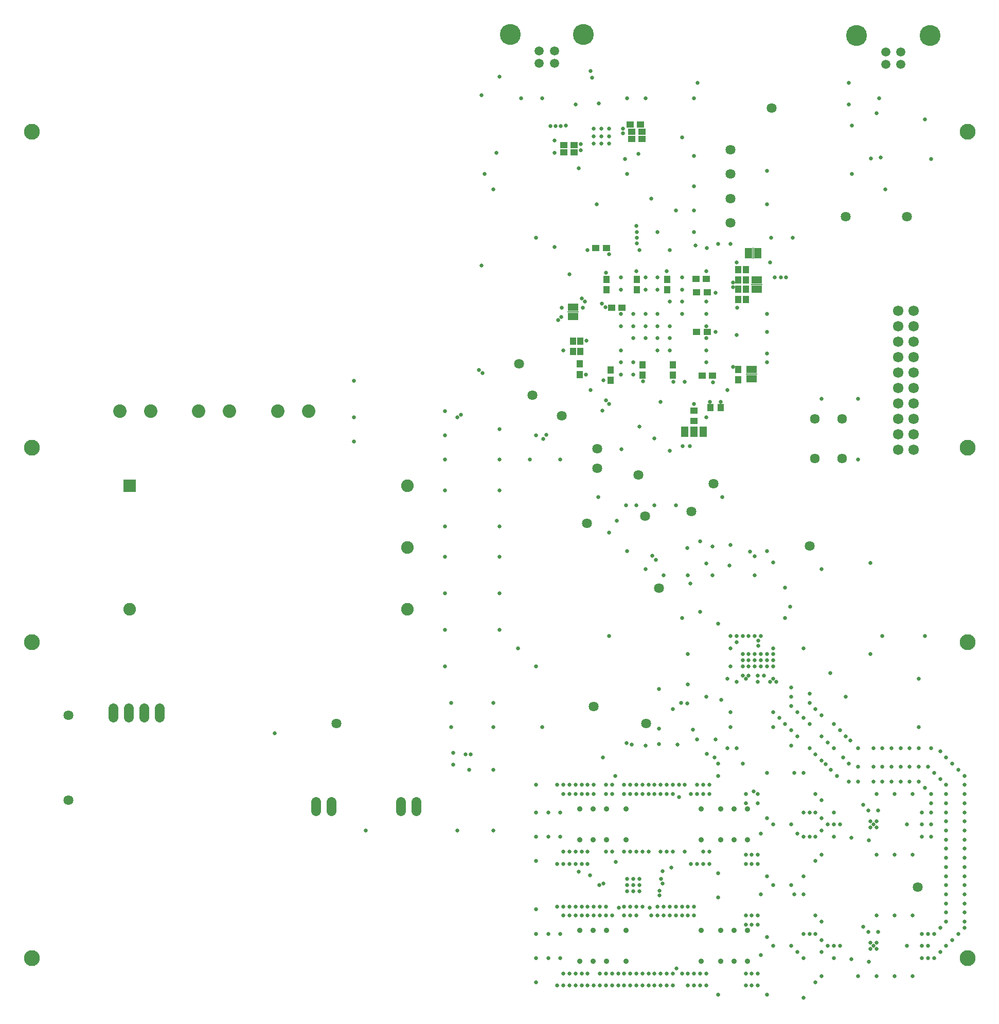
<source format=gbs>
G04 EAGLE Gerber RS-274X export*
G75*
%MOMM*%
%FSLAX34Y34*%
%LPD*%
%INSoldermask Bottom*%
%IPPOS*%
%AMOC8*
5,1,8,0,0,1.08239X$1,22.5*%
G01*
%ADD10C,2.627000*%
%ADD11R,1.727200X1.295400*%
%ADD12R,1.828800X0.152400*%
%ADD13R,1.127000X1.227000*%
%ADD14R,1.227000X1.127000*%
%ADD15R,1.295400X1.727200*%
%ADD16C,1.612000*%
%ADD17C,1.721969*%
%ADD18C,3.443000*%
%ADD19C,1.507000*%
%ADD20C,1.627000*%
%ADD21C,2.227000*%
%ADD22R,2.077000X2.077000*%
%ADD23C,2.077000*%
%ADD24R,0.152400X1.828800*%
%ADD25C,0.881000*%
%ADD26C,1.627000*%
%ADD27C,0.652000*%


D10*
X1570000Y1460000D03*
X30000Y1460000D03*
X1570000Y940000D03*
X30000Y940000D03*
X1570000Y620000D03*
X30000Y620000D03*
X1570000Y100000D03*
X30000Y100000D03*
D11*
X1215000Y1068620D03*
X1215000Y1053380D03*
D12*
X1215000Y1061000D03*
D11*
X1223000Y1200380D03*
X1223000Y1215620D03*
D12*
X1223000Y1208000D03*
D13*
X1193000Y1068500D03*
X1193000Y1051500D03*
X1193000Y1215500D03*
X1193000Y1232500D03*
X1205000Y1215500D03*
X1205000Y1232500D03*
X1193000Y1200500D03*
X1193000Y1183500D03*
X1205000Y1200500D03*
X1205000Y1183500D03*
D14*
X1141500Y1130500D03*
X1124500Y1130500D03*
X1141500Y1195500D03*
X1124500Y1195500D03*
X1140500Y1218000D03*
X1123500Y1218000D03*
D13*
X1075500Y1216500D03*
X1075500Y1199500D03*
X1025500Y1216500D03*
X1025500Y1199500D03*
X975500Y1216500D03*
X975500Y1199500D03*
D14*
X984500Y1170500D03*
X1001500Y1170500D03*
D13*
X983000Y1050500D03*
X983000Y1067500D03*
X1035500Y1059500D03*
X1035500Y1076500D03*
X1085500Y1059500D03*
X1085500Y1076500D03*
D14*
X1150500Y1058000D03*
X1133500Y1058000D03*
D11*
X921000Y1155380D03*
X921000Y1170620D03*
D12*
X921000Y1163000D03*
D13*
X933000Y1115500D03*
X933000Y1098500D03*
X921000Y1115500D03*
X921000Y1098500D03*
X932000Y1060500D03*
X932000Y1077500D03*
D14*
X975500Y1268000D03*
X958500Y1268000D03*
D13*
X1147000Y1005500D03*
X1164000Y1005500D03*
D15*
X1104760Y966000D03*
X1120000Y966000D03*
X1135240Y966000D03*
D14*
X1120000Y983500D03*
X1120000Y1000500D03*
D16*
X1318500Y922000D03*
X1318500Y987000D03*
X1363500Y922000D03*
X1363500Y987000D03*
D17*
X1456400Y1165300D03*
X1481800Y1165300D03*
X1456400Y1139900D03*
X1481800Y1139900D03*
X1456400Y1114500D03*
X1481800Y1114500D03*
X1456400Y1089100D03*
X1481800Y1089100D03*
X1456400Y1063700D03*
X1481800Y1063700D03*
X1456400Y1038300D03*
X1481800Y1038300D03*
X1456400Y1012900D03*
X1481800Y1012900D03*
X1456400Y987500D03*
X1481800Y987500D03*
X1456400Y962100D03*
X1481800Y962100D03*
X1456400Y936700D03*
X1481800Y936700D03*
D14*
X922500Y1426000D03*
X905500Y1426000D03*
X1014500Y1472000D03*
X1031500Y1472000D03*
X922500Y1438000D03*
X905500Y1438000D03*
X1017500Y1448000D03*
X1034500Y1448000D03*
X1017500Y1460000D03*
X1034500Y1460000D03*
D18*
X1508091Y1617688D03*
X1387691Y1617688D03*
D19*
X1460391Y1570588D03*
X1460391Y1590588D03*
X1435391Y1570588D03*
X1435391Y1590588D03*
D20*
X1180000Y1310000D03*
X1180000Y1350000D03*
X1180000Y1390000D03*
X1180000Y1430000D03*
X1248000Y1499000D03*
X832000Y1078000D03*
X1310000Y778000D03*
X1370000Y1320000D03*
X1470000Y1320000D03*
X1152000Y881000D03*
X1039000Y827000D03*
X1116000Y835000D03*
X1062000Y709000D03*
X961000Y906000D03*
X944000Y815000D03*
X1028000Y895000D03*
X902000Y992000D03*
X854000Y1026000D03*
X1041000Y486000D03*
X955000Y514000D03*
X961000Y938000D03*
D21*
X434600Y1000000D03*
X485400Y1000000D03*
X304600Y1000000D03*
X355400Y1000000D03*
X174600Y1000000D03*
X225400Y1000000D03*
D20*
X1488000Y217000D03*
X531000Y486000D03*
D22*
X191400Y877000D03*
D23*
X191400Y673800D03*
X648600Y775400D03*
X648600Y877000D03*
X648600Y673800D03*
D18*
X938091Y1619688D03*
X817691Y1619688D03*
D19*
X890391Y1572588D03*
X890391Y1592588D03*
X865391Y1572588D03*
X865391Y1592588D03*
D15*
X1224620Y1260000D03*
X1209380Y1260000D03*
D24*
X1217000Y1260000D03*
D25*
X1132000Y294600D03*
X1164000Y294600D03*
X1186000Y294600D03*
X1208000Y294600D03*
X1208000Y345400D03*
X1186000Y345400D03*
X1164000Y345400D03*
X1132000Y345400D03*
X1132000Y94600D03*
X1164000Y94600D03*
X1186000Y94600D03*
X1208000Y94600D03*
X1208000Y145400D03*
X1186000Y145400D03*
X1164000Y145400D03*
X1132000Y145400D03*
X1008000Y345400D03*
X976000Y345400D03*
X954000Y345400D03*
X932000Y345400D03*
X932000Y294600D03*
X954000Y294600D03*
X976000Y294600D03*
X1008000Y294600D03*
X1008000Y145400D03*
X976000Y145400D03*
X954000Y145400D03*
X932000Y145400D03*
X932000Y94600D03*
X954000Y94600D03*
X976000Y94600D03*
X1008000Y94600D03*
D26*
X163900Y496500D02*
X163900Y511500D01*
X189300Y511500D02*
X189300Y496500D01*
X214700Y496500D02*
X214700Y511500D01*
X240100Y511500D02*
X240100Y496500D01*
D20*
X90000Y500000D03*
X90000Y360000D03*
D26*
X497300Y357500D02*
X497300Y342500D01*
X522700Y342500D02*
X522700Y357500D01*
X637300Y357500D02*
X637300Y342500D01*
X662700Y342500D02*
X662700Y357500D01*
D27*
X974000Y1171000D03*
X975335Y1228000D03*
X1025000Y1230000D03*
X1075000Y1230000D03*
X1140000Y1230000D03*
X1155000Y1195000D03*
X1155000Y1130000D03*
X971000Y1051000D03*
X1036000Y1049000D03*
X1086000Y1048000D03*
X937000Y1170000D03*
X902000Y1170000D03*
X1164000Y1015000D03*
X1151000Y1047000D03*
X1247000Y1285000D03*
X1282000Y1285000D03*
X724000Y438000D03*
X724000Y418000D03*
X1184000Y1212000D03*
X1184000Y1204000D03*
X1010000Y230000D03*
X1020000Y230000D03*
X1030000Y230000D03*
X1030000Y220000D03*
X1020000Y220000D03*
X1010000Y220000D03*
X1010000Y210000D03*
X1020000Y210000D03*
X1030000Y210000D03*
X1000000Y1220000D03*
X1000000Y1200000D03*
X1040000Y1200000D03*
X1040000Y1220000D03*
X1060000Y1220000D03*
X1060000Y1200000D03*
X1100000Y1200000D03*
X1100000Y1220000D03*
X1080000Y1180000D03*
X1100000Y1180000D03*
X1100000Y1160000D03*
X1140000Y1180000D03*
X1140000Y1160000D03*
X1140000Y1140000D03*
X1140000Y1120000D03*
X1140000Y1100000D03*
X1140000Y1080000D03*
X1080000Y1100000D03*
X1080000Y1120000D03*
X1080000Y1140000D03*
X1060000Y1160000D03*
X1040000Y1160000D03*
X1020000Y1160000D03*
X1000000Y1160000D03*
X1000000Y1140000D03*
X1020000Y1140000D03*
X1040000Y1140000D03*
X1060000Y1140000D03*
X1060000Y1120000D03*
X1040000Y1120000D03*
X1020000Y1120000D03*
X1060000Y1100000D03*
X1000000Y1100000D03*
X1000000Y1080000D03*
X1020000Y1080000D03*
X1020000Y1060000D03*
X1000000Y1060000D03*
X1180000Y630000D03*
X1190000Y630000D03*
X1200000Y630000D03*
X1210000Y630000D03*
X1220000Y630000D03*
X1230000Y630000D03*
X1250000Y610000D03*
X1250000Y600000D03*
X1250000Y590000D03*
X1240000Y580000D03*
X1250000Y580000D03*
X1225000Y565000D03*
X1235000Y565000D03*
X1225000Y555000D03*
X1205000Y560000D03*
X1200000Y565000D03*
X1230000Y580000D03*
X1210000Y565000D03*
X1220000Y580000D03*
X1210000Y580000D03*
X1200000Y580000D03*
X1200000Y590000D03*
X1200000Y600000D03*
X1210000Y590000D03*
X1220000Y590000D03*
X1230000Y590000D03*
X1240000Y590000D03*
X1240000Y600000D03*
X1230000Y600000D03*
X1220000Y600000D03*
X1210000Y600000D03*
X1190000Y620000D03*
X1180000Y610000D03*
X1180000Y580000D03*
X1190000Y555000D03*
X1175000Y560000D03*
X1245000Y555000D03*
X1255000Y555000D03*
X1250000Y560000D03*
X1030000Y1265000D03*
X1080000Y1265000D03*
X1060000Y1295000D03*
X1120000Y1295000D03*
X1160000Y1275000D03*
X1240000Y1395000D03*
X955000Y1465000D03*
X980000Y1465000D03*
X980000Y1440000D03*
X955000Y1440000D03*
X967500Y1452500D03*
X955000Y1452500D03*
X967500Y1465000D03*
X980000Y1452500D03*
X967500Y1440000D03*
X870000Y1515000D03*
X925000Y1505000D03*
X1040000Y1515000D03*
X1010000Y1515000D03*
X890000Y1445000D03*
X890000Y1425000D03*
X795000Y1425000D03*
X770000Y1520000D03*
X775000Y1390000D03*
X790000Y1365000D03*
X860000Y1285000D03*
X890000Y1270000D03*
X770000Y1240000D03*
X945000Y1265000D03*
X1240000Y1340000D03*
X1180000Y1275000D03*
X1120000Y1330000D03*
X1120000Y1370000D03*
X1120000Y1420000D03*
X1120000Y1515000D03*
X1375000Y1505000D03*
X1375000Y1540000D03*
X1425000Y1515000D03*
X1420000Y1490000D03*
X1510000Y1415000D03*
X1435000Y1365000D03*
X1190000Y1245000D03*
X1245000Y1245000D03*
X1190000Y1125000D03*
X1240000Y1095000D03*
X1240000Y1080000D03*
X1175000Y1035000D03*
X1140000Y990000D03*
X950000Y1035000D03*
X905000Y1100000D03*
X1025000Y845000D03*
X1008000Y845000D03*
X1055000Y845000D03*
X1090000Y845000D03*
X1080000Y935000D03*
X1055000Y955000D03*
X1030000Y975000D03*
X1410000Y325000D03*
X1420000Y325000D03*
X1420000Y315000D03*
X1410000Y315000D03*
X1410000Y125000D03*
X1420000Y125000D03*
X1420000Y115000D03*
X1410000Y115000D03*
X1415000Y320000D03*
X1415000Y120000D03*
X1220000Y730000D03*
X1150000Y730000D03*
X1110000Y730000D03*
X1270000Y660000D03*
X1270000Y710000D03*
X1330000Y740000D03*
X1240000Y770000D03*
X1410000Y750000D03*
X1430000Y630000D03*
X1410000Y600000D03*
X1200000Y420000D03*
X1160000Y400000D03*
X990000Y400000D03*
X1040000Y450000D03*
X970000Y430000D03*
X870000Y480000D03*
X790000Y520000D03*
X720000Y520000D03*
X720000Y480000D03*
X790000Y480000D03*
X750000Y410000D03*
X430000Y470000D03*
X880000Y140000D03*
X880000Y100000D03*
X860000Y180000D03*
X860000Y100000D03*
X860000Y140000D03*
X900000Y140000D03*
X900000Y100000D03*
X860000Y60000D03*
X1420000Y170000D03*
X1390000Y70000D03*
X1420000Y70000D03*
X1450000Y70000D03*
X1480000Y70000D03*
X1420000Y370000D03*
X1420000Y270000D03*
X1450000Y270000D03*
X1480000Y270000D03*
X1480000Y370000D03*
X1480000Y170000D03*
X1490000Y560000D03*
X1490000Y480000D03*
X1130000Y670000D03*
X1100000Y660000D03*
X1140000Y530000D03*
X1180000Y480000D03*
X1250000Y480000D03*
X1300000Y610000D03*
X1160000Y650000D03*
X1280000Y530000D03*
X980000Y630000D03*
X1110000Y600000D03*
X1500000Y630000D03*
X1110000Y550000D03*
X1390000Y920000D03*
X1390000Y1020000D03*
X1330000Y1020000D03*
X1240000Y1160000D03*
X1240000Y1130000D03*
X1090000Y1330000D03*
X1050000Y1350000D03*
X960000Y1340000D03*
X930000Y1400000D03*
X1010000Y1390000D03*
X1380000Y1470000D03*
X1380000Y1390000D03*
X1500000Y1480000D03*
X950000Y1560000D03*
X800000Y1550000D03*
X1100000Y1450000D03*
X560000Y1050000D03*
X560000Y990000D03*
X560000Y950000D03*
X1280000Y320000D03*
X1250000Y320000D03*
X1250000Y220000D03*
X1280000Y220000D03*
X1250000Y120000D03*
X1280000Y120000D03*
X1160000Y240000D03*
X1160000Y200000D03*
X1160000Y40000D03*
X1310000Y535000D03*
X1180000Y780000D03*
X1070000Y730000D03*
X1040000Y740000D03*
X1010000Y770000D03*
X980000Y800000D03*
X900000Y920000D03*
X860000Y960000D03*
X850000Y920000D03*
X800000Y970000D03*
X800000Y920000D03*
X800000Y870000D03*
X800000Y810000D03*
X800000Y760000D03*
X800000Y700000D03*
X800000Y640000D03*
X830000Y610000D03*
X860000Y580000D03*
X710000Y1000000D03*
X710000Y960000D03*
X710000Y920000D03*
X710000Y870000D03*
X710000Y810000D03*
X710000Y760000D03*
X710000Y700000D03*
X710000Y640000D03*
X710000Y580000D03*
X790000Y410000D03*
X730000Y310000D03*
X580000Y310000D03*
X790000Y310000D03*
X1320000Y340000D03*
X1330000Y330000D03*
X1340000Y320000D03*
X1350000Y320000D03*
X1360000Y320000D03*
X1330000Y310000D03*
X1320000Y300000D03*
X1310000Y300000D03*
X1310000Y340000D03*
X1320000Y370000D03*
X1330000Y360000D03*
X1350000Y340000D03*
X1350000Y300000D03*
X1320000Y260000D03*
X1330000Y270000D03*
X1330000Y160000D03*
X1320000Y170000D03*
X1310000Y140000D03*
X1320000Y140000D03*
X1330000Y130000D03*
X1340000Y120000D03*
X1350000Y120000D03*
X1360000Y120000D03*
X1330000Y110000D03*
X1320000Y60000D03*
X1330000Y70000D03*
X1350000Y100000D03*
X1300000Y100000D03*
X1300000Y300000D03*
X1300000Y340000D03*
X1300000Y140000D03*
X915000Y75000D03*
X925000Y75000D03*
X935000Y75000D03*
X945000Y75000D03*
X965000Y75000D03*
X905000Y75000D03*
X905000Y55000D03*
X915000Y55000D03*
X925000Y55000D03*
X935000Y55000D03*
X945000Y55000D03*
X965000Y55000D03*
X955000Y55000D03*
X895000Y55000D03*
X975000Y75000D03*
X985000Y75000D03*
X995000Y75000D03*
X1005000Y75000D03*
X1015000Y75000D03*
X975000Y55000D03*
X985000Y55000D03*
X995000Y55000D03*
X1005000Y55000D03*
X1015000Y55000D03*
X1025000Y75000D03*
X1035000Y75000D03*
X1045000Y75000D03*
X1055000Y75000D03*
X1065000Y75000D03*
X1075000Y75000D03*
X1075000Y55000D03*
X1065000Y55000D03*
X1055000Y55000D03*
X1045000Y55000D03*
X1035000Y55000D03*
X1025000Y55000D03*
X1085000Y75000D03*
X1085000Y55000D03*
X1100000Y75000D03*
X1110000Y75000D03*
X1110000Y55000D03*
X1120000Y55000D03*
X1120000Y75000D03*
X1130000Y75000D03*
X1130000Y55000D03*
X1140000Y55000D03*
X1140000Y75000D03*
X1205000Y75000D03*
X1215000Y75000D03*
X1225000Y75000D03*
X1225000Y55000D03*
X1215000Y55000D03*
X1205000Y55000D03*
X1225000Y170000D03*
X1215000Y170000D03*
X1205000Y170000D03*
X1120000Y170000D03*
X1110000Y170000D03*
X1110000Y185000D03*
X1120000Y185000D03*
X1100000Y185000D03*
X1090000Y185000D03*
X1080000Y185000D03*
X1070000Y185000D03*
X1060000Y185000D03*
X1060000Y170000D03*
X1070000Y170000D03*
X1080000Y170000D03*
X1090000Y170000D03*
X1100000Y170000D03*
X1050000Y170000D03*
X1025000Y170000D03*
X1015000Y170000D03*
X1005000Y170000D03*
X1005000Y185000D03*
X1015000Y185000D03*
X1025000Y185000D03*
X1035000Y185000D03*
X985000Y170000D03*
X975000Y170000D03*
X965000Y170000D03*
X955000Y170000D03*
X945000Y170000D03*
X935000Y170000D03*
X925000Y170000D03*
X915000Y170000D03*
X905000Y170000D03*
X905000Y185000D03*
X895000Y185000D03*
X915000Y185000D03*
X925000Y185000D03*
X935000Y185000D03*
X945000Y185000D03*
X955000Y185000D03*
X965000Y185000D03*
X975000Y185000D03*
X1225000Y255000D03*
X1215000Y255000D03*
X1205000Y255000D03*
X1205000Y155000D03*
X1215000Y155000D03*
X1225000Y155000D03*
X1145000Y255000D03*
X1135000Y255000D03*
X1125000Y255000D03*
X1115000Y255000D03*
X1145000Y275000D03*
X1135000Y275000D03*
X1105000Y275000D03*
X1085000Y275000D03*
X1075000Y275000D03*
X1065000Y275000D03*
X1045000Y275000D03*
X1035000Y275000D03*
X1025000Y275000D03*
X1015000Y275000D03*
X1005000Y275000D03*
X985000Y275000D03*
X975000Y275000D03*
X895000Y255000D03*
X905000Y255000D03*
X915000Y255000D03*
X925000Y255000D03*
X935000Y255000D03*
X945000Y255000D03*
X905000Y275000D03*
X915000Y275000D03*
X925000Y275000D03*
X935000Y275000D03*
X945000Y275000D03*
X860000Y260000D03*
X860000Y300000D03*
X880000Y300000D03*
X900000Y300000D03*
X900000Y340000D03*
X880000Y340000D03*
X860000Y340000D03*
X860000Y385000D03*
X905000Y370000D03*
X915000Y370000D03*
X925000Y370000D03*
X935000Y370000D03*
X945000Y370000D03*
X955000Y370000D03*
X955000Y385000D03*
X945000Y385000D03*
X935000Y385000D03*
X925000Y385000D03*
X915000Y385000D03*
X905000Y385000D03*
X895000Y385000D03*
X975000Y385000D03*
X985000Y385000D03*
X975000Y370000D03*
X985000Y370000D03*
X1005000Y370000D03*
X1005000Y385000D03*
X1015000Y385000D03*
X1025000Y385000D03*
X1015000Y370000D03*
X1025000Y370000D03*
X1035000Y385000D03*
X1045000Y385000D03*
X1035000Y370000D03*
X1045000Y370000D03*
X1055000Y385000D03*
X1065000Y385000D03*
X1075000Y385000D03*
X1085000Y385000D03*
X1095000Y385000D03*
X1105000Y385000D03*
X1055000Y370000D03*
X1065000Y370000D03*
X1075000Y370000D03*
X1085000Y370000D03*
X1125000Y385000D03*
X1135000Y385000D03*
X1145000Y385000D03*
X1145000Y370000D03*
X1135000Y370000D03*
X1125000Y370000D03*
X1115000Y370000D03*
X1205000Y270000D03*
X1215000Y270000D03*
X1225000Y270000D03*
X1205000Y355000D03*
X1205000Y370000D03*
X1225000Y370000D03*
X1225000Y355000D03*
X1240000Y405000D03*
X1230000Y305000D03*
X1230000Y205000D03*
X1230000Y105000D03*
X1300000Y35000D03*
X1300000Y205000D03*
X1300000Y405000D03*
X1300000Y235000D03*
X1450000Y370000D03*
X1450000Y170000D03*
X1495000Y120000D03*
X1495000Y140000D03*
X1495000Y100000D03*
X1470000Y120000D03*
X1470000Y320000D03*
X1495000Y320000D03*
X1495000Y340000D03*
X1495000Y300000D03*
X1510000Y320000D03*
X1510000Y300000D03*
X1510000Y340000D03*
X1510000Y355000D03*
X1510000Y370000D03*
X1500000Y380000D03*
X1490000Y390000D03*
X1475000Y390000D03*
X1460000Y390000D03*
X1460000Y415000D03*
X1475000Y415000D03*
X1490000Y415000D03*
X1505000Y415000D03*
X1515000Y405000D03*
X1525000Y395000D03*
X1535000Y385000D03*
X1535000Y370000D03*
X1535000Y355000D03*
X1535000Y340000D03*
X1535000Y325000D03*
X1535000Y310000D03*
X1535000Y295000D03*
X1535000Y280000D03*
X1535000Y265000D03*
X1535000Y250000D03*
X1535000Y235000D03*
X1535000Y220000D03*
X1535000Y205000D03*
X1535000Y190000D03*
X1535000Y175000D03*
X1535000Y160000D03*
X1525000Y150000D03*
X1515000Y140000D03*
X1505000Y140000D03*
X1505000Y120000D03*
X1505000Y100000D03*
X1515000Y100000D03*
X1525000Y110000D03*
X1535000Y120000D03*
X1545000Y130000D03*
X1555000Y140000D03*
X1565000Y150000D03*
X1565000Y160000D03*
X1565000Y175000D03*
X1565000Y190000D03*
X1565000Y205000D03*
X1565000Y220000D03*
X1565000Y235000D03*
X1565000Y250000D03*
X1565000Y265000D03*
X1565000Y280000D03*
X1565000Y295000D03*
X1565000Y310000D03*
X1565000Y325000D03*
X1565000Y340000D03*
X1565000Y355000D03*
X1565000Y370000D03*
X1565000Y385000D03*
X1565000Y400000D03*
X1555000Y410000D03*
X1545000Y420000D03*
X1535000Y430000D03*
X1525000Y440000D03*
X1510000Y445000D03*
X1490000Y445000D03*
X1475000Y445000D03*
X1460000Y445000D03*
X1445000Y445000D03*
X1430000Y445000D03*
X1415000Y445000D03*
X1415000Y415000D03*
X1430000Y415000D03*
X1445000Y415000D03*
X1390000Y445000D03*
X1390000Y415000D03*
X1375000Y420000D03*
X1365000Y430000D03*
X1345000Y410000D03*
X1350000Y445000D03*
X1340000Y455000D03*
X1330000Y465000D03*
X1310000Y445000D03*
X1320000Y435000D03*
X1330000Y425000D03*
X1350000Y485000D03*
X1360000Y475000D03*
X1370000Y465000D03*
X1355000Y400000D03*
X1445000Y390000D03*
X1430000Y390000D03*
X1415000Y390000D03*
X1390000Y390000D03*
X1375000Y390000D03*
X1290000Y465000D03*
X1280000Y475000D03*
X1270000Y485000D03*
X1260000Y495000D03*
X1250000Y505000D03*
X1310000Y485000D03*
X1300000Y495000D03*
X1290000Y505000D03*
X1280000Y515000D03*
X1330000Y500000D03*
X1320000Y510000D03*
X1310000Y520000D03*
X1280000Y545000D03*
X1180000Y505000D03*
X1165000Y525000D03*
X1155000Y460000D03*
X1190000Y445000D03*
X1175000Y445000D03*
X980335Y1258000D03*
X942000Y1060000D03*
X1184000Y1073000D03*
X943000Y1116000D03*
X1146000Y1015000D03*
X1113000Y942000D03*
X980335Y1012000D03*
X969000Y1001000D03*
X975000Y1018000D03*
X1101000Y942000D03*
X1120000Y1012000D03*
X1122000Y1273000D03*
X1141000Y1268000D03*
X915000Y1225000D03*
X1105000Y1048000D03*
X891775Y1469284D03*
X1271000Y1220000D03*
X909000Y1470000D03*
X1253000Y1220000D03*
X900610Y1469390D03*
X1263000Y1220000D03*
X884000Y1469000D03*
X1126000Y1540000D03*
X934000Y1429000D03*
X1003000Y1465000D03*
X963000Y1506000D03*
X1006000Y1415000D03*
X934000Y1439665D03*
X1028000Y1423000D03*
X1003000Y1457000D03*
X1191000Y1170335D03*
X991000Y258000D03*
X1062000Y452000D03*
X1062000Y478000D03*
X1062000Y543000D03*
X1140000Y749000D03*
X1178000Y746000D03*
X968000Y1177000D03*
X1065000Y1015000D03*
X1150000Y777000D03*
X1130000Y786000D03*
X1408000Y294000D03*
X1398000Y352000D03*
X1398000Y152000D03*
X1344000Y569000D03*
X1408000Y94000D03*
X1095000Y365000D03*
X1160000Y420000D03*
X1290000Y305000D03*
X1290000Y110000D03*
X1285000Y405000D03*
X1285000Y205000D03*
X1091000Y83000D03*
X1114000Y716000D03*
X1278000Y678000D03*
X1057000Y755000D03*
X1250000Y751000D03*
X1109000Y519000D03*
X1226000Y614000D03*
X964000Y220000D03*
X1009000Y454000D03*
X1085000Y510000D03*
X1051000Y762000D03*
X1220000Y761000D03*
X993000Y820000D03*
X1212000Y769000D03*
X1109000Y775000D03*
X1099000Y520000D03*
X1226000Y622000D03*
X971000Y223000D03*
X1017000Y451000D03*
X1000665Y937000D03*
X1411000Y1416000D03*
X1427000Y1417000D03*
X1407000Y343000D03*
X1423000Y343000D03*
X1379000Y298000D03*
X1141000Y436000D03*
X1125000Y460000D03*
X1407000Y143000D03*
X1423000Y143000D03*
X1379000Y98000D03*
X1154000Y430000D03*
X877165Y961000D03*
X1118000Y476000D03*
X872000Y954000D03*
X1093000Y451000D03*
X1166000Y859000D03*
X962000Y859000D03*
X952000Y1549000D03*
X835000Y1515000D03*
X1280000Y450000D03*
X1370000Y530000D03*
X1047000Y183000D03*
X996000Y183000D03*
X1063000Y211000D03*
X1066000Y230000D03*
X1068000Y223000D03*
X1083000Y249000D03*
X1068000Y243000D03*
X1063000Y203000D03*
X766000Y1068000D03*
X949000Y236000D03*
X772000Y1063000D03*
X930000Y242000D03*
X1240000Y330000D03*
X1240000Y235000D03*
X1240000Y135000D03*
X1240000Y40000D03*
X1377000Y458000D03*
X1337000Y419000D03*
X1218000Y374000D03*
X1026000Y1276000D03*
X1026000Y1285000D03*
X1026000Y1295000D03*
X1025000Y1305000D03*
X935000Y1185165D03*
X730000Y990000D03*
X940000Y1180000D03*
X736000Y994000D03*
X752000Y435000D03*
X896000Y1149835D03*
X744000Y435000D03*
X901000Y1155000D03*
M02*

</source>
